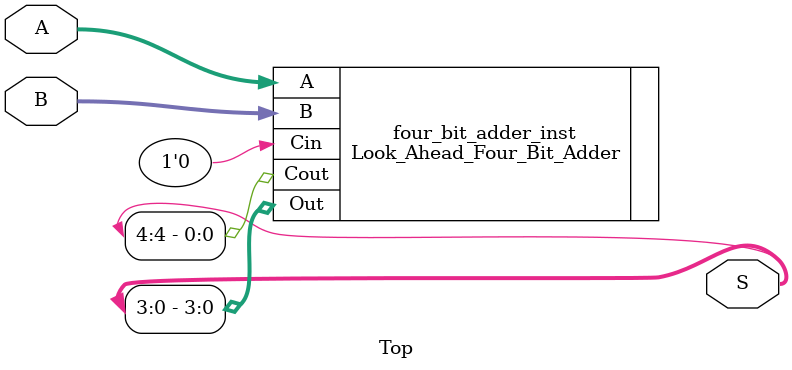
<source format=v>
module Top (
	input [3:0] A,
	input [3:0] B,
	output [4:0] S
	);
	
	Look_Ahead_Four_Bit_Adder four_bit_adder_inst (
		.A(A),
		.B(B),
		.Cin(1'b0),
		.Out(S[3:0]),
		.Cout(S[4])
	);

endmodule
</source>
